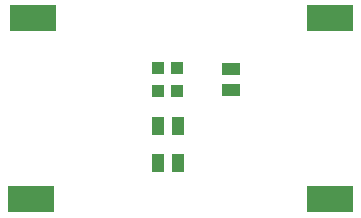
<source format=gts>
G04 Layer_Color=8388736*
%FSLAX25Y25*%
%MOIN*%
G70*
G01*
G75*
%ADD17R,0.04147X0.06312*%
%ADD18R,0.15170X0.08871*%
%ADD19R,0.03950X0.03950*%
%ADD20R,0.06312X0.04147*%
D17*
X74000Y-65000D02*
D03*
X67110D02*
D03*
X74000Y-52500D02*
D03*
X67110D02*
D03*
D18*
X124500Y-16500D02*
D03*
X25500D02*
D03*
X25000Y-77000D02*
D03*
X124500D02*
D03*
D19*
X67350Y-33260D02*
D03*
Y-40740D02*
D03*
X73650D02*
D03*
Y-33260D02*
D03*
D20*
X91500Y-33555D02*
D03*
Y-40445D02*
D03*
M02*

</source>
